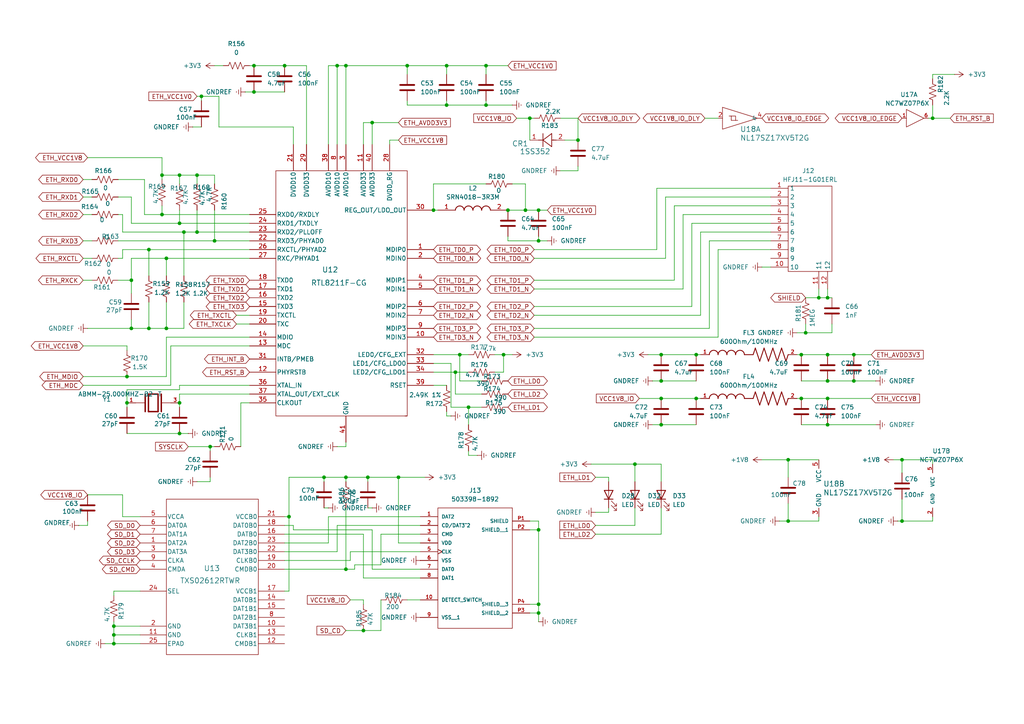
<source format=kicad_sch>
(kicad_sch (version 20231120) (generator "eeschema") (generator_version "8.0")
  (paper "A4")
  (junction (at 33.02 181.61))
  (junction (at 33.02 186.69))
  (junction (at 240.03 110.49))
  (junction (at 147.32 60.96))
  (junction (at 73.66 19.05))
  (junction (at 135.89 118.11))
  (junction (at 240.03 102.87))
  (junction (at 191.77 102.87))
  (junction (at 100.33 165.1))
  (junction (at 46.99 62.23))
  (junction (at 233.68 96.52))
  (junction (at 270.51 34.29))
  (junction (at 38.1 95.25))
  (junction (at 100.33 138.43))
  (junction (at 140.97 19.05))
  (junction (at 48.26 95.25))
  (junction (at 52.07 116.84))
  (junction (at 125.73 60.96))
  (junction (at 156.21 153.67))
  (junction (at 156.21 177.8))
  (junction (at 191.77 123.19))
  (junction (at 36.83 109.22))
  (junction (at 52.07 125.73))
  (junction (at 247.65 102.87))
  (junction (at 107.95 35.56))
  (junction (at 140.97 30.48))
  (junction (at 191.77 115.57))
  (junction (at 240.03 115.57))
  (junction (at 129.54 19.05))
  (junction (at 240.03 86.36))
  (junction (at 57.15 67.31))
  (junction (at 38.1 81.28))
  (junction (at 33.02 184.15))
  (junction (at 52.07 64.77))
  (junction (at 93.98 138.43))
  (junction (at 156.21 69.85))
  (junction (at 152.4 60.96))
  (junction (at 201.93 102.87))
  (junction (at 156.21 175.26))
  (junction (at 191.77 110.49))
  (junction (at 167.64 40.64))
  (junction (at 53.34 67.31))
  (junction (at 82.55 19.05))
  (junction (at 228.6 133.35))
  (junction (at 62.23 69.85))
  (junction (at 97.79 19.05))
  (junction (at 201.93 115.57))
  (junction (at 52.07 50.8))
  (junction (at 57.15 50.8))
  (junction (at 133.35 102.87))
  (junction (at 232.41 102.87))
  (junction (at 132.08 107.95))
  (junction (at 105.41 182.88))
  (junction (at 115.57 138.43))
  (junction (at 184.15 134.62))
  (junction (at 36.83 116.84))
  (junction (at 247.65 110.49))
  (junction (at 60.96 129.54))
  (junction (at 153.67 34.29))
  (junction (at 48.26 74.93))
  (junction (at 106.68 138.43))
  (junction (at 129.54 30.48))
  (junction (at 100.33 19.05))
  (junction (at 156.21 60.96))
  (junction (at 261.62 151.13))
  (junction (at 261.62 133.35))
  (junction (at 240.03 123.19))
  (junction (at 146.05 102.87))
  (junction (at 232.41 115.57))
  (junction (at 58.42 27.94))
  (junction (at 43.18 72.39))
  (junction (at 73.66 26.67))
  (junction (at 46.99 50.8))
  (junction (at 43.18 95.25))
  (junction (at 118.11 19.05))
  (junction (at 228.6 151.13))
  (junction (at 83.82 149.86))
  (junction (at 237.49 86.36))
  (wire (pts (xy 33.02 184.15) (xy 33.02 186.69)))
  (wire (pts (xy 33.02 172.72) (xy 33.02 171.45)))
  (wire (pts (xy 102.87 165.1) (xy 100.33 165.1)))
  (wire (pts (xy 33.02 184.15) (xy 40.64 184.15)))
  (wire (pts (xy 93.98 138.43) (xy 100.33 138.43)))
  (wire (pts (xy 139.7 114.3) (xy 132.08 114.3)))
  (wire (pts (xy 48.26 74.93) (xy 72.39 74.93)))
  (wire (pts (xy 46.99 62.23) (xy 72.39 62.23)))
  (wire (pts (xy 143.51 107.95) (xy 146.05 107.95)))
  (wire (pts (xy 140.97 19.05) (xy 140.97 21.59)))
  (wire (pts (xy 35.56 62.23) (xy 35.56 67.31)))
  (wire (pts (xy 68.58 93.98) (xy 72.39 93.98)))
  (wire (pts (xy 247.65 110.49) (xy 254 110.49)))
  (wire (pts (xy 52.07 64.77) (xy 72.39 64.77)))
  (wire (pts (xy 140.97 19.05) (xy 147.32 19.05)))
  (wire (pts (xy 193.04 57.15) (xy 223.52 57.15)))
  (wire (pts (xy 46.99 50.8) (xy 52.07 50.8)))
  (wire (pts (xy 34.29 81.28) (xy 38.1 81.28)))
  (wire (pts (xy 231.14 96.52) (xy 233.68 96.52)))
  (wire (pts (xy 58.42 27.94) (xy 58.42 29.21)))
  (wire (pts (xy 105.41 167.64) (xy 105.41 154.94)))
  (wire (pts (xy 125.73 53.34) (xy 125.73 60.96)))
  (wire (pts (xy 57.15 139.7) (xy 60.96 139.7)))
  (wire (pts (xy 184.15 147.32) (xy 184.15 152.4)))
  (wire (pts (xy 228.6 151.13) (xy 226.06 151.13)))
  (wire (pts (xy 191.77 147.32) (xy 191.77 154.94)))
  (wire (pts (xy 48.26 87.63) (xy 48.26 95.25)))
  (wire (pts (xy 46.99 45.72) (xy 46.99 50.8)))
  (wire (pts (xy 135.89 118.11) (xy 135.89 123.19)))
  (wire (pts (xy 97.79 19.05) (xy 100.33 19.05)))
  (wire (pts (xy 53.34 80.01) (xy 53.34 67.31)))
  (wire (pts (xy 113.03 41.91) (xy 113.03 40.64)))
  (wire (pts (xy 176.53 147.32) (xy 176.53 148.59)))
  (wire (pts (xy 140.97 53.34) (xy 125.73 53.34)))
  (wire (pts (xy 107.95 153.67) (xy 85.09 153.67)))
  (wire (pts (xy 60.96 129.54) (xy 60.96 130.81)))
  (wire (pts (xy 118.11 173.99) (xy 121.92 173.99)))
  (wire (pts (xy 156.21 177.8) (xy 156.21 180.34)))
  (wire (pts (xy 191.77 154.94) (xy 172.72 154.94)))
  (wire (pts (xy 36.83 101.6) (xy 36.83 100.33)))
  (wire (pts (xy 35.56 72.39) (xy 43.18 72.39)))
  (wire (pts (xy 52.07 118.11) (xy 52.07 116.84)))
  (wire (pts (xy 154.94 88.9) (xy 200.66 88.9)))
  (wire (pts (xy 191.77 102.87) (xy 201.93 102.87)))
  (wire (pts (xy 189.23 123.19) (xy 191.77 123.19)))
  (wire (pts (xy 24.13 69.85) (xy 26.67 69.85)))
  (wire (pts (xy 33.02 180.34) (xy 33.02 181.61)))
  (wire (pts (xy 93.98 147.32) (xy 95.25 147.32)))
  (wire (pts (xy 149.86 34.29) (xy 153.67 34.29)))
  (wire (pts (xy 110.49 154.94) (xy 110.49 163.83)))
  (wire (pts (xy 129.54 19.05) (xy 129.54 21.59)))
  (wire (pts (xy 187.96 102.87) (xy 191.77 102.87)))
  (wire (pts (xy 101.6 160.02) (xy 121.92 160.02)))
  (wire (pts (xy 156.21 153.67) (xy 156.21 175.26)))
  (wire (pts (xy 52.07 116.84) (xy 52.07 114.3)))
  (wire (pts (xy 35.56 74.93) (xy 35.56 72.39)))
  (wire (pts (xy 85.09 152.4) (xy 82.55 152.4)))
  (wire (pts (xy 125.73 111.76) (xy 129.54 111.76)))
  (wire (pts (xy 133.35 102.87) (xy 135.89 102.87)))
  (wire (pts (xy 154.94 81.28) (xy 195.58 81.28)))
  (wire (pts (xy 240.03 102.87) (xy 247.65 102.87)))
  (wire (pts (xy 200.66 88.9) (xy 200.66 64.77)))
  (wire (pts (xy 129.54 19.05) (xy 140.97 19.05)))
  (wire (pts (xy 52.07 125.73) (xy 54.61 125.73)))
  (wire (pts (xy 24.13 81.28) (xy 26.67 81.28)))
  (wire (pts (xy 73.66 26.67) (xy 82.55 26.67)))
  (wire (pts (xy 88.9 41.91) (xy 88.9 19.05)))
  (wire (pts (xy 35.56 67.31) (xy 53.34 67.31)))
  (wire (pts (xy 153.67 34.29) (xy 153.67 40.64)))
  (wire (pts (xy 154.94 95.25) (xy 205.74 95.25)))
  (wire (pts (xy 88.9 19.05) (xy 82.55 19.05)))
  (wire (pts (xy 232.41 110.49) (xy 240.03 110.49)))
  (wire (pts (xy 152.4 53.34) (xy 152.4 60.96)))
  (wire (pts (xy 146.05 102.87) (xy 148.59 102.87)))
  (wire (pts (xy 62.23 19.05) (xy 64.77 19.05)))
  (wire (pts (xy 58.42 27.94) (xy 63.5 27.94)))
  (wire (pts (xy 198.12 83.82) (xy 198.12 62.23)))
  (wire (pts (xy 36.83 125.73) (xy 52.07 125.73)))
  (wire (pts (xy 48.26 97.79) (xy 48.26 109.22)))
  (wire (pts (xy 102.87 163.83) (xy 102.87 165.1)))
  (wire (pts (xy 52.07 50.8) (xy 52.07 53.34)))
  (wire (pts (xy 35.56 149.86) (xy 40.64 149.86)))
  (wire (pts (xy 147.32 69.85) (xy 156.21 69.85)))
  (wire (pts (xy 115.57 138.43) (xy 123.19 138.43)))
  (wire (pts (xy 46.99 59.69) (xy 46.99 62.23)))
  (wire (pts (xy 237.49 86.36) (xy 240.03 86.36)))
  (wire (pts (xy 154.94 72.39) (xy 190.5 72.39)))
  (wire (pts (xy 127 60.96) (xy 125.73 60.96)))
  (wire (pts (xy 57.15 50.8) (xy 52.07 50.8)))
  (wire (pts (xy 34.29 62.23) (xy 35.56 62.23)))
  (wire (pts (xy 53.34 95.25) (xy 48.26 95.25)))
  (wire (pts (xy 24.13 74.93) (xy 26.67 74.93)))
  (wire (pts (xy 163.83 40.64) (xy 167.64 40.64)))
  (wire (pts (xy 62.23 60.96) (xy 62.23 69.85)))
  (wire (pts (xy 34.29 69.85) (xy 62.23 69.85)))
  (wire (pts (xy 57.15 27.94) (xy 58.42 27.94)))
  (wire (pts (xy 237.49 151.13) (xy 228.6 151.13)))
  (wire (pts (xy 72.39 97.79) (xy 48.26 97.79)))
  (wire (pts (xy 118.11 19.05) (xy 118.11 21.59)))
  (wire (pts (xy 191.77 115.57) (xy 201.93 115.57)))
  (wire (pts (xy 68.58 91.44) (xy 72.39 91.44)))
  (wire (pts (xy 231.14 115.57) (xy 232.41 115.57)))
  (wire (pts (xy 162.56 49.53) (xy 167.64 49.53)))
  (wire (pts (xy 107.95 35.56) (xy 115.57 35.56)))
  (wire (pts (xy 135.89 118.11) (xy 130.81 118.11)))
  (wire (pts (xy 143.51 102.87) (xy 146.05 102.87)))
  (wire (pts (xy 240.03 123.19) (xy 254 123.19)))
  (wire (pts (xy 69.85 116.84) (xy 72.39 116.84)))
  (wire (pts (xy 270.51 21.59) (xy 276.86 21.59)))
  (wire (pts (xy 241.3 96.52) (xy 233.68 96.52)))
  (wire (pts (xy 43.18 95.25) (xy 48.26 95.25)))
  (wire (pts (xy 34.29 57.15) (xy 38.1 57.15)))
  (wire (pts (xy 25.4 152.4) (xy 25.4 151.13)))
  (wire (pts (xy 25.4 45.72) (xy 46.99 45.72)))
  (wire (pts (xy 232.41 102.87) (xy 240.03 102.87)))
  (wire (pts (xy 34.29 74.93) (xy 35.56 74.93)))
  (wire (pts (xy 270.51 151.13) (xy 261.62 151.13)))
  (wire (pts (xy 118.11 30.48) (xy 129.54 30.48)))
  (wire (pts (xy 110.49 173.99) (xy 110.49 182.88)))
  (wire (pts (xy 60.96 139.7) (xy 60.96 138.43)))
  (wire (pts (xy 97.79 160.02) (xy 97.79 152.4)))
  (wire (pts (xy 121.92 167.64) (xy 105.41 167.64)))
  (wire (pts (xy 52.07 114.3) (xy 72.39 114.3)))
  (wire (pts (xy 205.74 69.85) (xy 223.52 69.85)))
  (wire (pts (xy 63.5 36.83) (xy 63.5 27.94)))
  (wire (pts (xy 152.4 60.96) (xy 156.21 60.96)))
  (wire (pts (xy 24.13 57.15) (xy 26.67 57.15)))
  (wire (pts (xy 24.13 111.76) (xy 49.53 111.76)))
  (wire (pts (xy 35.56 143.51) (xy 35.56 149.86)))
  (wire (pts (xy 83.82 138.43) (xy 93.98 138.43)))
  (wire (pts (xy 176.53 139.7) (xy 176.53 138.43)))
  (wire (pts (xy 113.03 40.64) (xy 115.57 40.64)))
  (wire (pts (xy 34.29 52.07) (xy 41.91 52.07)))
  (wire (pts (xy 191.77 123.19) (xy 201.93 123.19)))
  (wire (pts (xy 184.15 152.4) (xy 172.72 152.4)))
  (wire (pts (xy 220.98 133.35) (xy 228.6 133.35)))
  (wire (pts (xy 228.6 133.35) (xy 228.6 138.43)))
  (wire (pts (xy 72.39 19.05) (xy 73.66 19.05)))
  (wire (pts (xy 176.53 138.43) (xy 172.72 138.43)))
  (wire (pts (xy 233.68 86.36) (xy 237.49 86.36)))
  (wire (pts (xy 191.77 110.49) (xy 201.93 110.49)))
  (wire (pts (xy 24.13 100.33) (xy 36.83 100.33)))
  (wire (pts (xy 41.91 52.07) (xy 41.91 62.23)))
  (wire (pts (xy 156.21 151.13) (xy 156.21 153.67)))
  (wire (pts (xy 233.68 96.52) (xy 233.68 93.98)))
  (wire (pts (xy 118.11 19.05) (xy 129.54 19.05)))
  (wire (pts (xy 24.13 109.22) (xy 36.83 109.22)))
  (wire (pts (xy 147.32 68.58) (xy 147.32 69.85)))
  (wire (pts (xy 228.6 146.05) (xy 228.6 151.13)))
  (wire (pts (xy 247.65 102.87) (xy 252.73 102.87)))
  (wire (pts (xy 203.2 91.44) (xy 203.2 67.31)))
  (wire (pts (xy 33.02 181.61) (xy 33.02 184.15)))
  (wire (pts (xy 41.91 62.23) (xy 46.99 62.23)))
  (wire (pts (xy 105.41 41.91) (xy 105.41 35.56)))
  (wire (pts (xy 156.21 60.96) (xy 158.75 60.96)))
  (wire (pts (xy 55.88 36.83) (xy 58.42 36.83)))
  (wire (pts (xy 100.33 128.27) (xy 100.33 129.54)))
  (wire (pts (xy 100.33 19.05) (xy 118.11 19.05)))
  (wire (pts (xy 101.6 173.99) (xy 105.41 173.99)))
  (wire (pts (xy 107.95 165.1) (xy 107.95 153.67)))
  (wire (pts (xy 193.04 74.93) (xy 193.04 57.15)))
  (wire (pts (xy 83.82 171.45) (xy 83.82 149.86)))
  (wire (pts (xy 38.1 74.93) (xy 48.26 74.93)))
  (wire (pts (xy 49.53 111.76) (xy 49.53 100.33)))
  (wire (pts (xy 270.51 34.29) (xy 275.59 34.29)))
  (wire (pts (xy 121.92 165.1) (xy 107.95 165.1)))
  (wire (pts (xy 261.62 133.35) (xy 261.62 137.16)))
  (wire (pts (xy 240.03 86.36) (xy 241.3 86.36)))
  (wire (pts (xy 36.83 109.22) (xy 48.26 109.22)))
  (wire (pts (xy 270.51 22.86) (xy 270.51 21.59)))
  (wire (pts (xy 43.18 72.39) (xy 43.18 80.01)))
  (wire (pts (xy 85.09 153.67) (xy 85.09 152.4)))
  (wire (pts (xy 69.85 129.54) (xy 69.85 116.84)))
  (wire (pts (xy 176.53 148.59) (xy 172.72 148.59)))
  (wire (pts (xy 107.95 41.91) (xy 107.95 35.56)))
  (wire (pts (xy 25.4 95.25) (xy 38.1 95.25)))
  (wire (pts (xy 101.6 162.56) (xy 101.6 160.02)))
  (wire (pts (xy 95.25 157.48) (xy 95.25 149.86)))
  (wire (pts (xy 62.23 53.34) (xy 62.23 50.8)))
  (wire (pts (xy 110.49 182.88) (xy 105.41 182.88)))
  (wire (pts (xy 125.73 107.95) (xy 132.08 107.95)))
  (wire (pts (xy 82.55 162.56) (xy 101.6 162.56)))
  (wire (pts (xy 130.81 105.41) (xy 125.73 105.41)))
  (wire (pts (xy 140.97 29.21) (xy 140.97 30.48)))
  (wire (pts (xy 100.33 41.91) (xy 100.33 19.05)))
  (wire (pts (xy 82.55 157.48) (xy 95.25 157.48)))
  (wire (pts (xy 49.53 100.33) (xy 72.39 100.33)))
  (wire (pts (xy 118.11 29.21) (xy 118.11 30.48)))
  (wire (pts (xy 240.03 115.57) (xy 252.73 115.57)))
  (wire (pts (xy 83.82 149.86) (xy 83.82 138.43)))
  (wire (pts (xy 106.68 147.32) (xy 107.95 147.32)))
  (wire (pts (xy 53.34 67.31) (xy 57.15 67.31)))
  (wire (pts (xy 232.41 115.57) (xy 240.03 115.57)))
  (wire (pts (xy 129.54 119.38) (xy 129.54 120.65)))
  (wire (pts (xy 270.51 133.35) (xy 261.62 133.35)))
  (wire (pts (xy 95.25 149.86) (xy 121.92 149.86)))
  (wire (pts (xy 52.07 113.03) (xy 36.83 113.03)))
  (wire (pts (xy 198.12 62.23) (xy 223.52 62.23)))
  (wire (pts (xy 22.86 152.4) (xy 25.4 152.4)))
  (wire (pts (xy 73.66 19.05) (xy 82.55 19.05)))
  (wire (pts (xy 82.55 171.45) (xy 83.82 171.45)))
  (wire (pts (xy 106.68 138.43) (xy 115.57 138.43)))
  (wire (pts (xy 153.67 151.13) (xy 156.21 151.13)))
  (wire (pts (xy 82.55 160.02) (xy 97.79 160.02)))
  (wire (pts (xy 62.23 50.8) (xy 57.15 50.8)))
  (wire (pts (xy 154.94 83.82) (xy 198.12 83.82)))
  (wire (pts (xy 33.02 171.45) (xy 40.64 171.45)))
  (wire (pts (xy 240.03 110.49) (xy 247.65 110.49)))
  (wire (pts (xy 153.67 34.29) (xy 154.94 34.29)))
  (wire (pts (xy 204.47 34.29) (xy 208.28 34.29)))
  (wire (pts (xy 154.94 97.79) (xy 208.28 97.79)))
  (wire (pts (xy 147.32 60.96) (xy 152.4 60.96)))
  (wire (pts (xy 100.33 182.88) (xy 105.41 182.88)))
  (wire (pts (xy 125.73 102.87) (xy 133.35 102.87)))
  (wire (pts (xy 195.58 81.28) (xy 195.58 59.69)))
  (wire (pts (xy 100.33 165.1) (xy 82.55 165.1)))
  (wire (pts (xy 38.1 64.77) (xy 52.07 64.77)))
  (wire (pts (xy 241.3 93.98) (xy 241.3 96.52)))
  (wire (pts (xy 167.64 40.64) (xy 167.64 34.29)))
  (wire (pts (xy 100.33 129.54) (xy 97.79 129.54)))
  (wire (pts (xy 97.79 41.91) (xy 97.79 19.05)))
  (wire (pts (xy 53.34 87.63) (xy 53.34 95.25)))
  (wire (pts (xy 105.41 154.94) (xy 82.55 154.94)))
  (wire (pts (xy 43.18 87.63) (xy 43.18 95.25)))
  (wire (pts (xy 139.7 110.49) (xy 133.35 110.49)))
  (wire (pts (xy 228.6 133.35) (xy 237.49 133.35)))
  (wire (pts (xy 106.68 138.43) (xy 106.68 139.7)))
  (wire (pts (xy 240.03 83.82) (xy 240.03 86.36)))
  (wire (pts (xy 93.98 138.43) (xy 93.98 139.7)))
  (wire (pts (xy 208.28 72.39) (xy 223.52 72.39)))
  (wire (pts (xy 25.4 143.51) (xy 35.56 143.51)))
  (wire (pts (xy 100.33 147.32) (xy 100.33 165.1)))
  (wire (pts (xy 57.15 60.96) (xy 57.15 67.31)))
  (wire (pts (xy 121.92 157.48) (xy 115.57 157.48)))
  (wire (pts (xy 139.7 118.11) (xy 135.89 118.11)))
  (wire (pts (xy 82.55 149.86) (xy 83.82 149.86)))
  (wire (pts (xy 203.2 67.31) (xy 223.52 67.31)))
  (wire (pts (xy 133.35 110.49) (xy 133.35 102.87)))
  (wire (pts (xy 191.77 134.62) (xy 184.15 134.62)))
  (wire (pts (xy 232.41 123.19) (xy 240.03 123.19)))
  (wire (pts (xy 200.66 64.77) (xy 223.52 64.77)))
  (wire (pts (xy 201.93 115.57) (xy 203.2 115.57)))
  (wire (pts (xy 43.18 72.39) (xy 72.39 72.39)))
  (wire (pts (xy 36.83 113.03) (xy 36.83 116.84)))
  (wire (pts (xy 24.13 62.23) (xy 26.67 62.23)))
  (wire (pts (xy 105.41 35.56) (xy 107.95 35.56)))
  (wire (pts (xy 38.1 57.15) (xy 38.1 64.77)))
  (wire (pts (xy 153.67 177.8) (xy 156.21 177.8)))
  (wire (pts (xy 36.83 116.84) (xy 36.83 118.11)))
  (wire (pts (xy 140.97 30.48) (xy 148.59 30.48)))
  (wire (pts (xy 184.15 134.62) (xy 184.15 139.7)))
  (wire (pts (xy 100.33 138.43) (xy 106.68 138.43)))
  (wire (pts (xy 270.51 149.86) (xy 270.51 151.13)))
  (wire (pts (xy 231.14 102.87) (xy 232.41 102.87)))
  (wire (pts (xy 57.15 53.34) (xy 57.15 50.8)))
  (wire (pts (xy 95.25 41.91) (xy 95.25 19.05)))
  (wire (pts (xy 115.57 157.48) (xy 115.57 138.43)))
  (wire (pts (xy 195.58 59.69) (xy 223.52 59.69)))
  (wire (pts (xy 237.49 83.82) (xy 237.49 86.36)))
  (wire (pts (xy 62.23 69.85) (xy 72.39 69.85)))
  (wire (pts (xy 185.42 115.57) (xy 191.77 115.57)))
  (wire (pts (xy 237.49 149.86) (xy 237.49 151.13)))
  (wire (pts (xy 52.07 111.76) (xy 52.07 113.03)))
  (wire (pts (xy 156.21 69.85) (xy 158.75 69.85)))
  (wire (pts (xy 85.09 36.83) (xy 63.5 36.83)))
  (wire (pts (xy 167.64 34.29) (xy 162.56 34.29)))
  (wire (pts (xy 129.54 29.21) (xy 129.54 30.48)))
  (wire (pts (xy 46.99 52.07) (xy 46.99 50.8)))
  (wire (pts (xy 201.93 102.87) (xy 203.2 102.87)))
  (wire (pts (xy 132.08 114.3) (xy 132.08 107.95)))
  (wire (pts (xy 105.41 173.99) (xy 105.41 175.26)))
  (wire (pts (xy 261.62 151.13) (xy 260.35 151.13)))
  (wire (pts (xy 135.89 130.81) (xy 135.89 132.08)))
  (wire (pts (xy 153.67 175.26) (xy 156.21 175.26)))
  (wire (pts (xy 43.18 95.25) (xy 38.1 95.25)))
  (wire (pts (xy 60.96 129.54) (xy 62.23 129.54)))
  (wire (pts (xy 171.45 134.62) (xy 184.15 134.62)))
  (wire (pts (xy 30.48 186.69) (xy 33.02 186.69)))
  (wire (pts (xy 148.59 53.34) (xy 152.4 53.34)))
  (wire (pts (xy 167.64 49.53) (xy 167.64 48.26)))
  (wire (pts (xy 72.39 111.76) (xy 52.07 111.76)))
  (wire (pts (xy 54.61 129.54) (xy 60.96 129.54)))
  (wire (pts (xy 270.51 30.48) (xy 270.51 34.29)))
  (wire (pts (xy 121.92 154.94) (xy 110.49 154.94)))
  (wire (pts (xy 261.62 144.78) (xy 261.62 151.13)))
  (wire (pts (xy 110.49 163.83) (xy 102.87 163.83)))
  (wire (pts (xy 38.1 95.25) (xy 38.1 92.71)))
  (wire (pts (xy 85.09 41.91) (xy 85.09 36.83)))
  (wire (pts (xy 153.67 153.67) (xy 156.21 153.67)))
  (wire (pts (xy 259.08 133.35) (xy 261.62 133.35)))
  (wire (pts (xy 208.28 97.79) (xy 208.28 72.39)))
  (wire (pts (xy 270.51 134.62) (xy 270.51 133.35)))
  (wire (pts (xy 190.5 72.39) (xy 190.5 54.61)))
  (wire (pts (xy 71.12 26.67) (xy 73.66 26.67)))
  (wire (pts (xy 57.15 67.31) (xy 72.39 67.31)))
  (wire (pts (xy 189.23 110.49) (xy 191.77 110.49)))
  (wire (pts (xy 33.02 181.61) (xy 40.64 181.61)))
  (wire (pts (xy 33.02 186.69) (xy 40.64 186.69)))
  (wire (pts (xy 135.89 132.08) (xy 138.43 132.08)))
  (wire (pts (xy 220.98 77.47) (xy 223.52 77.47)))
  (wire (pts (xy 100.33 138.43) (xy 100.33 139.7)))
  (wire (pts (xy 95.25 19.05) (xy 97.79 19.05)))
  (wire (pts (xy 97.79 152.4) (xy 121.92 152.4)))
  (wire (pts (xy 154.94 74.93) (xy 193.04 74.93)))
  (wire (pts (xy 38.1 81.28) (xy 38.1 74.93)))
  (wire (pts (xy 24.13 52.07) (xy 26.67 52.07)))
  (wire (pts (xy 191.77 139.7) (xy 191.77 134.62)))
  (wire (pts (xy 190.5 54.61) (xy 223.52 54.61)))
  (wire (pts (xy 146.05 107.95) (xy 146.05 102.87)))
  (wire (pts (xy 129.54 120.65) (xy 130.81 120.65)))
  (wire (pts (xy 205.74 95.25) (xy 205.74 69.85)))
  (wire (pts (xy 52.07 60.96) (xy 52.07 64.77)))
  (wire (pts (xy 156.21 68.58) (xy 156.21 69.85)))
  (wire (pts (xy 130.81 118.11) (xy 130.81 105.41)))
  (wire (pts (xy 132.08 107.95) (xy 135.89 107.95)))
  (wire (pts (xy 154.94 91.44) (xy 203.2 91.44)))
  (wire (pts (xy 48.26 74.93) (xy 48.26 80.01)))
  (wire (pts (xy 156.21 175.26) (xy 156.21 177.8)))
  (wire (pts (xy 38.1 81.28) (xy 38.1 85.09)))
  (wire (pts (xy 129.54 30.48) (xy 140.97 30.48)))
  (wire (pts (xy 270.51 34.29) (xy 269.24 34.29)))
  (global_label "ETH_RXCK" (shape bidirectional) (at 24.13 81.28 180) (property "Intersheetrefs" "${INTERSHEET_REFS}" (effects (hide yes))))
  (global_label "ETH_LD2" (shape bidirectional) (at 147.32 114.3 0) (property "Intersheetrefs" "${INTERSHEET_REFS}" (effects (hide yes))))
  (global_label "ETH_MDC" (shape bidirectional) (at 24.13 111.76 180) (property "Intersheetrefs" "${INTERSHEET_REFS}" (effects (hide yes))))
  (global_label "ETH_TD0_N" (shape bidirectional) (at 125.73 74.93 0) (property "Intersheetrefs" "${INTERSHEET_REFS}" (effects (hide yes))))
  (global_label "SD_D1" (shape bidirectional) (at 40.64 154.94 180) (property "Intersheetrefs" "${INTERSHEET_REFS}" (effects (hide yes))))
  (global_label "ETH_VCC1V0" (shape input) (at 57.15 27.94 180) (property "Intersheetrefs" "${INTERSHEET_REFS}" (effects (hide yes))))
  (global_label "ETH_TXD1" (shape bidirectional) (at 72.39 83.82 180) (property "Intersheetrefs" "${INTERSHEET_REFS}" (effects (hide yes))))
  (global_label "ETH_LD0" (shape input) (at 172.72 152.4 180) (property "Intersheetrefs" "${INTERSHEET_REFS}" (effects (hide yes))))
  (global_label "VCC1V8_IO" (shape input) (at 101.6 173.99 180) (property "Intersheetrefs" "${INTERSHEET_REFS}" (effects (hide yes))))
  (global_label "ETH_TD0_N" (shape bidirectional) (at 154.94 74.93 180) (property "Intersheetrefs" "${INTERSHEET_REFS}" (effects (hide yes))))
  (global_label "SHIELD" (shape bidirectional) (at 233.68 86.36 180) (property "Intersheetrefs" "${INTERSHEET_REFS}" (effects (hide yes))))
  (global_label "ETH_AVDD3V3" (shape input) (at 115.57 35.56 0) (property "Intersheetrefs" "${INTERSHEET_REFS}" (effects (hide yes))))
  (global_label "ETH_INT_B" (shape bidirectional) (at 72.39 104.14 180) (property "Intersheetrefs" "${INTERSHEET_REFS}" (effects (hide yes))))
  (global_label "ETH_TD2_N" (shape bidirectional) (at 125.73 91.44 0) (property "Intersheetrefs" "${INTERSHEET_REFS}" (effects (hide yes))))
  (global_label "ETH_AVDD3V3" (shape input) (at 252.73 102.87 0) (property "Intersheetrefs" "${INTERSHEET_REFS}" (effects (hide yes))))
  (global_label "ETH_TXCTL" (shape bidirectional) (at 68.58 91.44 180) (property "Intersheetrefs" "${INTERSHEET_REFS}" (effects (hide yes))))
  (global_label "ETH_TD3_N" (shape bidirectional) (at 154.94 97.79 180) (property "Intersheetrefs" "${INTERSHEET_REFS}" (effects (hide yes))))
  (global_label "ETH_LD2" (shape input) (at 172.72 154.94 180) (property "Intersheetrefs" "${INTERSHEET_REFS}" (effects (hide yes))))
  (global_label "VCC1V8_IO_DLY" (shape bidirectional) (at 204.47 34.29 180) (property "Intersheetrefs" "${INTERSHEET_REFS}" (effects (hide yes))))
  (global_label "SD_CD" (shape input) (at 100.33 182.88 180) (property "Intersheetrefs" "${INTERSHEET_REFS}" (effects (hide yes))))
  (global_label "ETH_TD3_P" (shape bidirectional) (at 154.94 95.25 180) (property "Intersheetrefs" "${INTERSHEET_REFS}" (effects (hide yes))))
  (global_label "SD_CCLK" (shape bidirectional) (at 40.64 162.56 180) (property "Intersheetrefs" "${INTERSHEET_REFS}" (effects (hide yes))))
  (global_label "ETH_TD3_N" (shape bidirectional) (at 125.73 97.79 0) (property "Intersheetrefs" "${INTERSHEET_REFS}" (effects (hide yes))))
  (global_label "ETH_RST_B" (shape input) (at 275.59 34.29 0) (property "Intersheetrefs" "${INTERSHEET_REFS}" (effects (hide yes))))
  (global_label "VCC1V8_IO_EDGE" (shape bidirectional) (at 220.98 34.29 0) (property "Intersheetrefs" "${INTERSHEET_REFS}" (effects (hide yes))))
  (global_label "ETH_TD2_N" (shape bidirectional) (at 154.94 91.44 180) (property "Intersheetrefs" "${INTERSHEET_REFS}" (effects (hide yes))))
  (global_label "VCC1V8_IO_EDGE" (shape bidirectional) (at 261.62 34.29 180) (property "Intersheetrefs" "${INTERSHEET_REFS}" (effects (hide yes))))
  (global_label "ETH_RXD0" (shape bidirectional) (at 24.13 52.07 180) (property "Intersheetrefs" "${INTERSHEET_REFS}" (effects (hide yes))))
  (global_label "ETH_LD1" (shape bidirectional) (at 147.32 118.11 0) (property "Intersheetrefs" "${INTERSHEET_REFS}" (effects (hide yes))))
  (global_label "ETH_VCC1V8" (shape input) (at 115.57 40.64 0) (property "Intersheetrefs" "${INTERSHEET_REFS}" (effects (hide yes))))
  (global_label "ETH_RXD1" (shape bidirectional) (at 24.13 57.15 180) (property "Intersheetrefs" "${INTERSHEET_REFS}" (effects (hide yes))))
  (global_label "ETH_TD2_P" (shape bidirectional) (at 125.73 88.9 0) (property "Intersheetrefs" "${INTERSHEET_REFS}" (effects (hide yes))))
  (global_label "SD_D0" (shape bidirectional) (at 40.64 152.4 180) (property "Intersheetrefs" "${INTERSHEET_REFS}" (effects (hide yes))))
  (global_label "VCC1V8_IO" (shape input) (at 149.86 34.29 180) (property "Intersheetrefs" "${INTERSHEET_REFS}" (effects (hide yes))))
  (global_label "ETH_TXCLK" (shape bidirectional) (at 68.58 93.98 180) (property "Intersheetrefs" "${INTERSHEET_REFS}" (effects (hide yes))))
  (global_label "ETH_TXD2" (shape bidirectional) (at 72.39 86.36 180) (property "Intersheetrefs" "${INTERSHEET_REFS}" (effects (hide yes))))
  (global_label "ETH_TD3_P" (shape bidirectional) (at 125.73 95.25 0) (property "Intersheetrefs" "${INTERSHEET_REFS}" (effects (hide yes))))
  (global_label "ETH_RXD2" (shape bidirectional) (at 24.13 62.23 180) (property "Intersheetrefs" "${INTERSHEET_REFS}" (effects (hide yes))))
  (global_label "SD_D2" (shape bidirectional) (at 40.64 157.48 180) (property "Intersheetrefs" "${INTERSHEET_REFS}" (effects (hide yes))))
  (global_label "ETH_RST_B" (shape bidirectional) (at 72.39 107.95 180) (property "Intersheetrefs" "${INTERSHEET_REFS}" (effects (hide yes))))
  (global_label "ETH_LD1" (shape input) (at 172.72 138.43 180) (property "Intersheetrefs" "${INTERSHEET_REFS}" (effects (hide yes))))
  (global_label "ETH_TD1_N" (shape bidirectional) (at 125.73 83.82 0) (property "Intersheetrefs" "${INTERSHEET_REFS}" (effects (hide yes))))
  (global_label "ETH_TXD3" (shape bidirectional) (at 72.39 88.9 180) (property "Intersheetrefs" "${INTERSHEET_REFS}" (effects (hide yes))))
  (global_label "VCC1V8_IO" (shape bidirectional) (at 25.4 143.51 180) (property "Intersheetrefs" "${INTERSHEET_REFS}" (effects (hide yes))))
  (global_label "ETH_MDIO" (shape bidirectional) (at 24.13 109.22 180) (property "Intersheetrefs" "${INTERSHEET_REFS}" (effects (hide yes))))
  (global_label "ETH_TD0_P" (shape bidirectional) (at 154.94 72.39 180) (property "Intersheetrefs" "${INTERSHEET_REFS}" (effects (hide yes))))
  (global_label "ETH_VCC1V8" (shape bidirectional) (at 25.4 45.72 180) (property "Intersheetrefs" "${INTERSHEET_REFS}" (effects (hide yes))))
  (global_label "ETH_VCC1V0" (shape input) (at 147.32 19.05 0) (property "Intersheetrefs" "${INTERSHEET_REFS}" (effects (hide yes))))
  (global_label "SD_CMD" (shape bidirectional) (at 40.64 165.1 180) (property "Intersheetrefs" "${INTERSHEET_REFS}" (effects (hide yes))))
  (global_label "VCC1V8_IO" (shape input) (at 185.42 115.57 180) (property "Intersheetrefs" "${INTERSHEET_REFS}" (effects (hide yes))))
  (global_label "SD_D3" (shape bidirectional) (at 40.64 160.02 180) (property "Intersheetrefs" "${INTERSHEET_REFS}" (effects (hide yes))))
  (global_label "ETH_TD0_P" (shape bidirectional) (at 125.73 72.39 0) (property "Intersheetrefs" "${INTERSHEET_REFS}" (effects (hide yes))))
  (global_label "ETH_RXCTL" (shape bidirectional) (at 24.13 74.93 180) (property "Intersheetrefs" "${INTERSHEET_REFS}" (effects (hide yes))))
  (global_label "ETH_TD2_P" (shape bidirectional) (at 154.94 88.9 180) (property "Intersheetrefs" "${INTERSHEET_REFS}" (effects (hide yes))))
  (global_label "ETH_VCC1V8" (shape input) (at 252.73 115.57 0) (property "Intersheetrefs" "${INTERSHEET_REFS}" (effects (hide yes))))
  (global_label "ETH_TXD0" (shape bidirectional) (at 72.39 81.28 180) (property "Intersheetrefs" "${INTERSHEET_REFS}" (effects (hide yes))))
  (global_label "SYSCLK" (shape input) (at 54.61 129.54 180) (property "Intersheetrefs" "${INTERSHEET_REFS}" (effects (hide yes))))
  (global_label "ETH_TD1_P" (shape bidirectional) (at 125.73 81.28 0) (property "Intersheetrefs" "${INTERSHEET_REFS}" (effects (hide yes))))
  (global_label "ETH_RXD3" (shape bidirectional) (at 24.13 69.85 180) (property "Intersheetrefs" "${INTERSHEET_REFS}" (effects (hide yes))))
  (global_label "ETH_TD1_P" (shape bidirectional) (at 154.94 81.28 180) (property "Intersheetrefs" "${INTERSHEET_REFS}" (effects (hide yes))))
  (global_label "ETH_VCC1V0" (shape input) (at 158.75 60.96 0) (property "Intersheetrefs" "${INTERSHEET_REFS}" (effects (hide yes))))
  (global_label "ETH_TD1_N" (shape bidirectional) (at 154.94 83.82 180) (property "Intersheetrefs" "${INTERSHEET_REFS}" (effects (hide yes))))
  (global_label "ETH_LD0" (shape bidirectional) (at 147.32 110.49 0) (property "Intersheetrefs" "${INTERSHEET_REFS}" (effects (hide yes))))
  (global_label "ETH_VCC1V8" (shape bidirectional) (at 24.13 100.33 180) (property "Intersheetrefs" "${INTERSHEET_REFS}" (effects (hide yes))))
  (global_label "VCC1V8_IO_DLY" (shape bidirectional) (at 167.64 34.29 0) (property "Intersheetrefs" "${INTERSHEET_REFS}" (effects (hide yes))))
  (symbol (lib_id "Device:C") (at 156.21 64.77 0) (unit 1)
    (property "Reference" "C65" (at 160.02 63.4999 0) (effects (justify left)))
    (property "Value" "100nF" (at 160.02 66.0399 0) (effects (justify left)))
    (property "Footprint" "footprints:C_0201_0603Metric" (effects (hide yes)))
    (property "Description" "Unpolarized capacitor" (effects (hide yes)))
    (property "LCSC PN" "c1525" (effects (hide yes)))
  )
  (symbol (lib_id "Device:R_US") (at 105.41 179.07 180) (unit 1)
    (property "Reference" "R185" (at 104.14 176.784 90) (effects (justify left)))
    (property "Value" "47K" (at 107.442 177.546 90) (effects (justify left)))
    (property "Footprint" "footprints:R_0402" (effects (hide yes)))
    (property "Description" "Resistor, US symbol" (effects (hide yes)))
    (property "LCSC PN" "C93943" (effects (hide yes)))
  )
  (symbol (lib_id "1SS352:1SS352") (at 163.83 40.64 180) (unit 1)
    (property "Reference" "CR1" (at 150.876 41.656 0) (effects (font (size 1.524 1.524))))
    (property "Value" "1SS352" (at 155.194 43.942 0) (effects (font (size 1.524 1.524))))
    (property "Footprint" "footprints:USC_TOS" (effects (hide yes)))
    (property "Datasheet" "1SS352" (effects (hide yes)))
    (property "LCSC PN" "C15885" (effects (hide yes)))
  )
  (symbol (lib_id "Device:R_US") (at 158.75 34.29 270) (unit 1)
    (property "Reference" "R183" (at 156.8827 36.4309 90) (effects (justify left)))
    (property "Value" "2.2K" (at 158.1527 32.3669 90) (effects (justify left)))
    (property "Footprint" "footprints:R_0402" (effects (hide yes)))
    (property "Description" "Resistor, US symbol" (effects (hide yes)))
    (property "LCSC PN" "c114762" (effects (hide yes)))
  )
  (symbol (lib_id "Device:C") (at 228.6 142.24 0) (unit 1)
    (property "Reference" "C78" (at 229.87 140.208 0) (effects (justify left)))
    (property "Value" "100nF" (at 223.52 143.51 0) (effects (justify left)))
    (property "Footprint" "footprints:C_0201_0603Metric" (effects (hide yes)))
    (property "Description" "Unpolarized capacitor" (effects (hide yes)))
    (property "LCSC PN" "c1525" (effects (hide yes)))
  )
  (symbol (lib_id "Device:R_US") (at 135.89 127 180) (unit 1)
    (property "Reference" "R178" (at 133.7491 125.1327 90) (effects (justify left)))
    (property "Value" "4.7K" (at 137.8131 126.4027 90) (effects (justify left)))
    (property "Footprint" "footprints:R_0402" (effects (hide yes)))
    (property "Description" "Resistor, US symbol" (effects (hide yes)))
    (property "LCSC PN" "C105871" (effects (hide yes)))
  )
  (symbol (lib_name "NC7WZ07P6X_modified_1") (lib_id "NC7WZ07P6X:NC7WZ07P6X_modified") (at 275.59 138.43 0) (unit 2)
    (property "Reference" "U17" (at 273.05 130.81 0))
    (property "Value" "NC7WZ07P6X" (at 273.05 133.35 0))
    (property "Footprint" "footprints:NC7WZ07P6X" (effects (hide yes)))
    (property "SUPPLIER" "FAIRCHILD SEMICONDUCTOR" (effects (hide yes)))
    (property "OC_FARNELL" "1470998" (effects (hide yes)))
    (property "OC_NEWARK" "58K9469" (effects (hide yes)))
    (property "MPN" "NC7WZ07P6X" (effects (hide yes)))
    (property "PACKAGE" "SC-70-6" (effects (hide yes)))
    (property "LCSC PN" "C95342" (effects (hide yes)))
  )
  (symbol (lib_id "NL17SZ17XV5T2G:NL17SZ17XV5T2G_Modified") (at 219.71 34.29 0) (unit 1)
    (property "Reference" "U18" (at 214.63 37.4649 0) (effects (font (size 1.524 1.524)) (justify left)))
    (property "Value" "NL17SZ17XV5T2G" (at 214.63 40.0049 0) (effects (font (size 1.524 1.524)) (justify left)))
    (property "Footprint" "footprints:SOT553-5_ONS" (effects (hide yes)))
    (property "Datasheet" "NL17SZ17XV5T2G" (effects (hide yes)))
    (property "LCSC PN" "C152502" (effects (hide yes)))
  )
  (symbol (lib_id "RTL8211F-CG:RTL8211F-CG") (at 72.39 60.96 0) (unit 1)
    (property "Reference" "U12" (at 95.758 78.232 0) (effects (font (size 1.524 1.524))))
    (property "Value" "RTL8211F-CG" (at 98.298 82.042 0) (effects (font (size 1.524 1.524))))
    (property "Footprint" "footprints:RTL8211F-CG_RTK" (effects (hide yes)))
    (property "Datasheet" "RTL8211F-CG" (effects (hide yes)))
    (property "LCSC PN" "C187932" (effects (hide yes)))
  )
  (symbol (lib_id "Device:C") (at 240.03 106.68 0) (unit 1)
    (property "Reference" "C70" (at 243.84 105.4099 0) (effects (justify left)))
    (property "Value" "100nF" (at 243.84 107.9499 0) (effects (justify left)))
    (property "Footprint" "footprints:C_0201_0603Metric" (effects (hide yes)))
    (property "Description" "Unpolarized capacitor" (effects (hide yes)))
    (property "LCSC PN" "c1525" (effects (hide yes)))
  )
  (symbol (lib_id "Device:C") (at 240.03 119.38 0) (unit 1)
    (property "Reference" "C75" (at 243.84 118.1099 0) (effects (justify left)))
    (property "Value" "100nF" (at 243.84 120.6499 0) (effects (justify left)))
    (property "Footprint" "footprints:C_0201_0603Metric" (effects (hide yes)))
    (property "Description" "Unpolarized capacitor" (effects (hide yes)))
    (property "LCSC PN" "c1525" (effects (hide yes)))
  )
  (symbol (lib_id "Device:C") (at 261.62 140.97 0) (unit 1)
    (property "Reference" "C76" (at 262.382 138.938 0) (effects (justify left)))
    (property "Value" "100nF" (at 262.128 143.51 0) (effects (justify left)))
    (property "Footprint" "footprints:C_0402" (effects (hide yes)))
    (property "Description" "Unpolarized capacitor" (effects (hide yes)))
    (property "LCSC PN" "c1525" (effects (hide yes)))
  )
  (symbol (lib_id "Device:R_US") (at 139.7 102.87 90) (unit 1)
    (property "Reference" "R177" (at 141.5673 100.7291 90) (effects (justify left)))
    (property "Value" "4.7k" (at 144.018 101.092 90) (effects (justify left)))
    (property "Footprint" "footprints:R_0402" (effects (hide yes)))
    (property "Description" "Resistor, US symbol" (effects (hide yes)))
    (property "LCSC PN" "C137997" (effects (hide yes)))
  )
  (symbol (lib_id "Device:R_US") (at 30.48 52.07 270) (unit 1)
    (property "Reference" "R166" (at 29.972 49.53 90))
    (property "Value" "0" (at 30.6072 54.5183 90))
    (property "Footprint" "footprints:R_0201_0603Metric" (effects (hide yes)))
    (property "Description" "Resistor, US symbol" (effects (hide yes)))
    (property "LCSC PN" "C106231" (effects (hide yes)))
  )
  (symbol (lib_id "Device:C") (at 232.41 119.38 0) (unit 1)
    (property "Reference" "C74" (at 236.22 118.1099 0) (effects (justify left)))
    (property "Value" "4.7uF" (at 236.22 120.6499 0) (effects (justify left)))
    (property "Footprint" "footprints:C_0402" (effects (hide yes)))
    (property "Description" "Unpolarized capacitor" (effects (hide yes)))
    (property "LCSC PN" "c23733" (effects (hide yes)))
  )
  (symbol (lib_id "Device:R_US") (at 52.07 57.15 0) (unit 1)
    (property "Reference" "R167" (at 49.276 54.61 0) (effects (justify left)))
    (property "Value" "4.7K" (at 53.848 59.436 90) (effects (justify left)))
    (property "Footprint" "footprints:R_0201_0603Metric" (effects (hide yes)))
    (property "Description" "Resistor, US symbol" (effects (hide yes)))
    (property "LCSC PN" "C105871" (effects (hide yes)))
  )
  (symbol (lib_id "Device:R_US") (at 46.99 55.88 0) (unit 1)
    (property "Reference" "R169" (at 42.926 54.102 0) (effects (justify left)))
    (property "Value" "4.7K" (at 45.212 59.182 90) (effects (justify left)))
    (property "Footprint" "footprints:R_0201_0603Metric" (effects (hide yes)))
    (property "Description" "Resistor, US symbol" (effects (hide yes)))
    (property "LCSC PN" "C105871" (effects (hide yes)))
  )
  (symbol (lib_id "Device:R_US") (at 100.33 143.51 180) (unit 1)
    (property "Reference" "R186" (at 99.06 141.224 90) (effects (justify left)))
    (property "Value" "4.7K" (at 102.362 141.986 90) (effects (justify left)))
    (property "Footprint" "footprints:R_0402" (effects (hide yes)))
    (property "Description" "Resistor, US symbol" (effects (hide yes)))
    (property "LCSC PN" "C105871" (effects (hide yes)))
  )
  (symbol (lib_id "power:+3V3") (at 123.19 138.43 270) (unit 1)
    (property "Reference" "#PWR0208" (effects (hide yes)))
    (property "Value" "+3V3" (at 127 138.4299 90) (effects (justify left)))
    (property "Description" "Power symbol creates a global label with name \"+3V3\"" (effects (hide yes)))
  )
  (symbol (lib_id "Device:C") (at 191.77 106.68 0) (unit 1)
    (property "Reference" "C67" (at 195.58 105.4099 0) (effects (justify left)))
    (property "Value" "4.7uF" (at 195.58 107.9499 0) (effects (justify left)))
    (property "Footprint" "footprints:C_0402" (effects (hide yes)))
    (property "Description" "Unpolarized capacitor" (effects (hide yes)))
    (property "LCSC PN" "c23733" (effects (hide yes)))
  )
  (symbol (lib_id "power:GNDREF") (at 231.14 96.52 270) (unit 1)
    (property "Reference" "#PWR0189" (effects (hide yes)))
    (property "Value" "GNDREF" (at 227.33 96.5199 90) (effects (justify right)))
    (property "Description" "Power symbol creates a global label with name \"GNDREF\" , reference supply ground" (effects (hide yes)))
  )
  (symbol (lib_id "BLM18AG601SZ1D:BLM18AG601SZ1D") (at 218.44 102.87 0) (unit 1)
    (property "Reference" "FL3" (at 217.17 96.52 0))
    (property "Value" "600Ohm/100MHz" (at 217.17 99.06 0))
    (property "Footprint" "footprints:BEADC1608X95N" (effects (hide yes)))
    (property "LCSC PN" "C19330" (effects (hide yes)))
  )
  (symbol (lib_id "Device:R_US") (at 30.48 74.93 270) (unit 1)
    (property "Reference" "R162" (at 26.923 76.4434 90))
    (property "Value" "0" (at 31.495 76.6974 90))
    (property "Footprint" "footprints:R_0201_0603Metric" (effects (hide yes)))
    (property "Description" "Resistor, US symbol" (effects (hide yes)))
    (property "LCSC PN" "C106231" (effects (hide yes)))
  )
  (symbol (lib_id "power:GNDREF") (at 55.88 36.83 270) (unit 1)
    (property "Reference" "#PWR0175" (effects (hide yes)))
    (property "Value" "GNDREF" (at 52.07 36.8299 90) (effects (justify right)))
    (property "Description" "Power symbol creates a global label with name \"GNDREF\" , reference supply ground" (effects (hide yes)))
  )
  (symbol (lib_id "power:GNDREF") (at 220.98 77.47 270) (unit 1)
    (property "Reference" "#PWR0190" (effects (hide yes)))
    (property "Value" "GNDREF" (at 217.17 77.4699 90) (effects (justify right)))
    (property "Description" "Power symbol creates a global label with name \"GNDREF\" , reference supply ground" (effects (hide yes)))
  )
  (symbol (lib_id "Device:R_US") (at 62.23 57.15 0) (unit 1)
    (property "Reference" "R160" (at 65.024 58.42 90))
    (property "Value" "4.7K" (at 60.706 56.388 90))
    (property "Footprint" "footprints:R_0201_0603Metric" (effects (hide yes)))
    (property "Description" "Resistor, US symbol" (effects (hide yes)))
    (property "LCSC PN" "C105871" (effects (hide yes)))
  )
  (symbol (lib_id "Device:C") (at 232.41 106.68 0) (mirror y) (unit 1)
    (property "Reference" "C69" (at 228.6 105.4099 0) (effects (justify left)))
    (property "Value" "4.7uF" (at 228.6 107.9499 0) (effects (justify left)))
    (property "Footprint" "footprints:C_0402" (effects (hide yes)))
    (property "Description" "Unpolarized capacitor" (effects (hide yes)))
    (property "LCSC PN" "c23733" (effects (hide yes)))
  )
  (symbol (lib_id "power:GNDREF") (at 172.72 148.59 270) (unit 1)
    (property "Reference" "#PWR0198" (effects (hide yes)))
    (property "Value" "GNDREF" (at 168.91 148.5899 90) (effects (justify right)))
    (property "Description" "Power symbol creates a global label with name \"GNDREF\" , reference supply ground" (effects (hide yes)))
  )
  (symbol (lib_id "Device:R_US") (at 143.51 110.49 90) (unit 1)
    (property "Reference" "R173" (at 145.288 109.22 90) (effects (justify left)))
    (property "Value" "390" (at 141.986 111.252 90) (effects (justify left)))
    (property "Footprint" "footprints:R_0402" (effects (hide yes)))
    (property "Description" "Resistor, US symbol" (effects (hide yes)))
    (property "LCSC PN" "C137997" (effects (hide yes)))
  )
  (symbol (lib_id "power:GNDREF") (at 156.21 180.34 90) (unit 1)
    (property "Reference" "#PWR0205" (effects (hide yes)))
    (property "Value" "GNDREF" (at 160.02 180.3399 90) (effects (justify right)))
    (property "Description" "Power symbol creates a global label with name \"GNDREF\" , reference supply ground" (effects (hide yes)))
  )
  (symbol (lib_id "HFJ11-1G01ERL:HFJ11-1G01ERL") (at 223.52 57.15 0) (unit 1)
    (property "Reference" "J12" (at 234.442 49.53 0))
    (property "Value" "HFJ11-1G01ERL" (at 234.95 52.07 0))
    (property "Footprint" "footprints:HALO_FASTJACK" (effects (hide yes)))
    (property "Datasheet" "https://www.haloelectronics.com/pdf/fastjack-gigabit.pdf" (effects (hide yes)))
    (property "Description" "Modular Connectors / Ethernet Connectors GIGABIT 1x1 Tab Down RJ45 w/mag No LED" (effects (hide yes)))
    (property "Mouser Part Number" "493-HFJ11-1G01ERL" (effects (hide yes)))
    (property "Mouser Price/Stock" "https://www.mouser.co.uk/ProductDetail/HALO-Electronics/HFJ11-1G01ERL?qs=8uu3sA0mUdvTD6rdbxkWMQ%3D%3D" (effects (hide yes)))
    (property "Manufacturer_Name" "Halo Electronics" (effects (hide yes)))
    (property "Manufacturer_Part_Number" "HFJ11-1G01ERL" (effects (hide yes)))
  )
  (symbol (lib_id "power:+3V3") (at 148.59 102.87 270) (unit 1)
    (property "Reference" "#PWR0184" (effects (hide yes)))
    (property "Value" "+3V3" (at 152.4 102.8699 90) (effects (justify left)))
    (property "Description" "Power symbol creates a global label with name \"+3V3\"" (effects (hide yes)))
  )
  (symbol (lib_id "Device:R_US") (at 53.34 83.82 0) (unit 1)
    (property "Reference" "R157" (at 55.88 82.5499 0) (effects (justify left)))
    (property "Value" "1.2K" (at 55.88 85.0899 0) (effects (justify left)))
    (property "Footprint" "footprints:R_0201_0603Metric" (effects (hide yes)))
    (property "Description" "Resistor, US symbol" (effects (hide yes)))
    (property "LCSC PN" "C138040" (effects (hide yes)))
  )
  (symbol (lib_id "power:GNDREF") (at 226.06 151.13 270) (unit 1)
    (property "Reference" "#PWR0203" (effects (hide yes)))
    (property "Value" "GNDREF" (at 222.25 151.1299 90) (effects (justify right)))
    (property "Description" "Power symbol creates a global label with name \"GNDREF\" , reference supply ground" (effects (hide yes)))
  )
  (symbol (lib_id "Device:C") (at 201.93 119.38 0) (unit 1)
    (property "Reference" "C73" (at 205.74 118.1099 0) (effects (justify left)))
    (property "Value" "100nF" (at 205.74 120.6499 0) (effects (justify left)))
    (property "Footprint" "footprints:C_0201_0603Metric" (effects (hide yes)))
    (property "Description" "Unpolarized capacitor" (effects (hide yes)))
    (property "LCSC PN" "c1525" (effects (hide yes)))
  )
  (symbol (lib_id "power:+3V3") (at 62.23 19.05 90) (unit 1)
    (property "Reference" "#PWR0176" (effects (hide yes)))
    (property "Value" "+3V3" (at 58.42 19.0499 90) (effects (justify left)))
    (property "Description" "Power symbol creates a global label with name \"+3V3\"" (effects (hide yes)))
  )
  (symbol (lib_id "Device:C") (at 241.3 90.17 0) (unit 1)
    (property "Reference" "C66" (at 245.11 88.8999 0) (effects (justify left)))
    (property "Value" "1nF" (at 245.11 91.4399 0) (effects (justify left)))
    (property "Footprint" "footprints:C_0402" (effects (hide yes)))
    (property "Description" "Unpolarized capacitor" (effects (hide yes)))
    (property "LCSC PN" "c14442" (effects (hide yes)))
  )
  (symbol (lib_id "Device:C") (at 118.11 25.4 0) (unit 1)
    (property "Reference" "C53" (at 121.92 24.1299 0) (effects (justify left)))
    (property "Value" "100nF" (at 121.92 26.6699 0) (effects (justify left)))
    (property "Footprint" "footprints:C_0201_0603Metric" (effects (hide yes)))
    (property "Description" "Unpolarized capacitor" (effects (hide yes)))
    (property "LCSC PN" "c1525" (effects (hide yes)))
  )
  (symbol (lib_id "power:GNDREF") (at 254 110.49 90) (unit 1)
    (property "Reference" "#PWR0192" (effects (hide yes)))
    (property "Value" "GNDREF" (at 257.81 110.4899 90) (effects (justify right)))
    (property "Description" "Power symbol creates a global label with name \"GNDREF\" , reference supply ground" (effects (hide yes)))
  )
  (symbol (lib_id "Device:C") (at 140.97 25.4 0) (unit 1)
    (property "Reference" "C55" (at 144.78 24.1299 0) (effects (justify left)))
    (property "Value" "100nF" (at 144.78 26.6699 0) (effects (justify left)))
    (property "Footprint" "footprints:C_0201_0603Metric" (effects (hide yes)))
    (property "Description" "Unpolarized capacitor" (effects (hide yes)))
    (property "LCSC PN" "c1525" (effects (hide yes)))
  )
  (symbol (lib_id "Device:C") (at 147.32 64.77 0) (unit 1)
    (property "Reference" "C64" (at 151.13 63.4999 0) (effects (justify left)))
    (property "Value" "4.7uF" (at 151.13 66.0399 0) (effects (justify left)))
    (property "Footprint" "footprints:C_0402" (effects (hide yes)))
    (property "Description" "Unpolarized capacitor" (effects (hide yes)))
    (property "LCSC PN" "c23733" (effects (hide yes)))
  )
  (symbol (lib_id "Device:R_US") (at 48.26 83.82 0) (unit 1)
    (property "Reference" "R158" (at 50.8 82.5499 0) (effects (justify left)))
    (property "Value" "1.2K" (at 50.8 85.0899 0) (effects (justify left)))
    (property "Footprint" "footprints:R_0201_0603Metric" (effects (hide yes)))
    (property "Description" "Resistor, US symbol" (effects (hide yes)))
    (property "LCSC PN" "C138040" (effects (hide yes)))
  )
  (symbol (lib_id "Device:C") (at 106.68 143.51 0) (mirror y) (unit 1)
    (property "Reference" "C80" (at 103.378 142.748 0) (effects (justify left)))
    (property "Value" "100nF" (at 104.394 145.288 0) (effects (justify left)))
    (property "Footprint" "footprints:C_0402" (effects (hide yes)))
    (property "Description" "Unpolarized capacitor" (effects (hide yes)))
    (property "LCSC PN" "c1525" (effects (hide yes)))
  )
  (symbol (lib_id "power:+3V3") (at 171.45 134.62 90) (unit 1)
    (property "Reference" "#PWR0197" (effects (hide yes)))
    (property "Value" "+3V3" (at 167.64 134.6199 90) (effects (justify left)))
    (property "Description" "Power symbol creates a global label with name \"+3V3\"" (effects (hide yes)))
  )
  (symbol (lib_id "Device:C") (at 58.42 33.02 0) (unit 1)
    (property "Reference" "C57" (at 51.816 31.75 0) (effects (justify left)))
    (property "Value" "100nF" (at 51.054 34.036 0) (effects (justify left)))
    (property "Footprint" "footprints:C_0402" (effects (hide yes)))
    (property "Description" "Unpolarized capacitor" (effects (hide yes)))
    (property "LCSC PN" "c1525" (effects (hide yes)))
  )
  (symbol (lib_id "power:+1V8") (at 259.08 133.35 90) (unit 1)
    (property "Reference" "#PWR0200" (effects (hide yes)))
    (property "Value" "+1V8" (at 255.27 133.3499 90) (effects (justify left)))
    (property "Description" "Power symbol creates a global label with name \"+1V8\"" (effects (hide yes)))
  )
  (symbol (lib_id "BLM18AG601SZ1D:BLM18AG601SZ1D") (at 218.44 115.57 0) (unit 1)
    (property "Reference" "FL4" (at 217.17 109.22 0))
    (property "Value" "600Ohm/100MHz" (at 217.17 111.76 0))
    (property "Footprint" "footprints:BEADC1608X95N" (effects (hide yes)))
    (property "LCSC PN" "C19330" (effects (hide yes)))
  )
  (symbol (lib_id "power:GNDREF") (at 97.79 129.54 270) (unit 1)
    (property "Reference" "#PWR0182" (effects (hide yes)))
    (property "Value" "GNDREF" (at 93.98 129.5399 90) (effects (justify right)))
    (property "Description" "Power symbol creates a global label with name \"GNDREF\" , reference supply ground" (effects (hide yes)))
  )
  (symbol (lib_id "Device:R_US") (at 30.48 69.85 270) (unit 1)
    (property "Reference" "R163" (at 32.004 68.58 90))
    (property "Value" "0" (at 30.988 68.834 90))
    (property "Footprint" "footprints:R_0201_0603Metric" (effects (hide yes)))
    (property "Description" "Resistor, US symbol" (effects (hide yes)))
    (property "LCSC PN" "C106231" (effects (hide yes)))
  )
  (symbol (lib_id "Device:C") (at 52.07 121.92 0) (unit 1)
    (property "Reference" "C61" (at 45.466 120.65 0) (effects (justify left)))
    (property "Value" "27pF" (at 44.704 122.936 0) (effects (justify left)))
    (property "Footprint" "footprints:C_0402" (effects (hide yes)))
    (property "Description" "Unpolarized capacitor" (effects (hide yes)))
    (property "LCSC PN" "c472451" (effects (hide yes)))
  )
  (symbol (lib_id "Device:R_US") (at 33.02 176.53 0) (mirror x) (unit 1)
    (property "Reference" "R179" (at 35.1609 174.6627 90) (effects (justify left)))
    (property "Value" "4.7K" (at 31.0969 175.9327 90) (effects (justify left)))
    (property "Footprint" "footprints:R_0402" (effects (hide yes)))
    (property "Description" "Resistor, US symbol" (effects (hide yes)))
    (property "LCSC PN" "C105871" (effects (hide yes)))
  )
  (symbol (lib_id "Device:C") (at 82.55 22.86 0) (unit 1)
    (property "Reference" "C56" (at 86.36 21.5899 0) (effects (justify left)))
    (property "Value" "100nF" (at 86.36 24.1299 0) (effects (justify left)))
    (property "Footprint" "footprints:C_0201_0603Metric" (effects (hide yes)))
    (property "Description" "Unpolarized capacitor" (effects (hide yes)))
    (property "LCSC PN" "c1525" (effects (hide yes)))
  )
  (symbol (lib_id "power:+1V8") (at 220.98 133.35 90) (unit 1)
    (property "Reference" "#PWR0204" (effects (hide yes)))
    (property "Value" "+1V8" (at 217.17 133.3499 90) (effects (justify left)))
    (property "Description" "Power symbol creates a global label with name \"+1V8\"" (effects (hide yes)))
  )
  (symbol (lib_id "Device:C") (at 93.98 143.51 0) (unit 1)
    (property "Reference" "C79" (at 87.376 142.24 0) (effects (justify left)))
    (property "Value" "100nF" (at 86.614 144.526 0) (effects (justify left)))
    (property "Footprint" "footprints:C_0402" (effects (hide yes)))
    (property "Description" "Unpolarized capacitor" (effects (hide yes)))
    (property "LCSC PN" "c1525" (effects (hide yes)))
  )
  (symbol (lib_id "power:GNDREF") (at 121.92 179.07 270) (unit 1)
    (property "Reference" "#PWR0209" (effects (hide yes)))
    (property "Value" "GNDREF" (at 118.11 179.0699 90) (effects (justify right)))
    (property "Description" "Power symbol creates a global label with name \"GNDREF\" , reference supply ground" (effects (hide yes)))
  )
  (symbol (lib_id "Device:C") (at 60.96 134.62 0) (unit 1)
    (property "Reference" "C62" (at 54.356 133.35 0) (effects (justify left)))
    (property "Value" "27pF" (at 53.594 135.636 0) (effects (justify left)))
    (property "Footprint" "footprints:C_0201_0603Metric" (effects (hide yes)))
    (property "Description" "Unpolarized capacitor" (effects (hide yes)))
    (property "LCSC PN" "c472451" (effects (hide yes)))
  )
  (symbol (lib_id "Device:R_US") (at 143.51 118.11 90) (unit 1)
    (property "Reference" "R175" (at 145.796 116.84 90) (effects (justify left)))
    (property "Value" "390" (at 146.812 119.38 90) (effects (justify left)))
    (property "Footprint" "footprints:R_0402" (effects (hide yes)))
    (property "Description" "Resistor, US symbol" (effects (hide yes)))
    (property "LCSC PN" "C137997" (effects (hide yes)))
  )
  (symbol (lib_id "Device:C") (at 167.64 44.45 0) (unit 1)
    (property "Reference" "C77" (at 171.45 43.1799 0) (effects (justify left)))
    (property "Value" "4.7uF" (at 171.45 45.7199 0) (effects (justify left)))
    (property "Footprint" "footprints:C_0402" (effects (hide yes)))
    (property "Description" "Unpolarized capacitor" (effects (hide yes)))
    (property "LCSC PN" "c23733" (effects (hide yes)))
  )
  (symbol (lib_id "power:GNDREF") (at 95.25 147.32 90) (unit 1)
    (property "Reference" "#PWR0206" (effects (hide yes)))
    (property "Value" "GNDREF" (at 99.06 147.3199 90) (effects (justify right)))
    (property "Description" "Power symbol creates a global label with name \"GNDREF\" , reference supply ground" (effects (hide yes)))
  )
  (symbol (lib_id "Device:R_US") (at 66.04 129.54 90) (unit 1)
    (property "Reference" "R171" (at 64.516 128.524 0) (effects (justify left)))
    (property "Value" "0" (at 67.056 128.016 0) (effects (justify left)))
    (property "Footprint" "footprints:R_0402" (effects (hide yes)))
    (property "Description" "Resistor, US symbol" (effects (hide yes)))
    (property "LCSC PN" "C106231" (effects (hide yes)))
  )
  (symbol (lib_id "power:GNDREF") (at 25.4 95.25 270) (unit 1)
    (property "Reference" "#PWR0179" (effects (hide yes)))
    (property "Value" "GNDREF" (at 21.59 95.2499 90) (effects (justify right)))
    (property "Description" "Power symbol creates a global label with name \"GNDREF\" , reference supply ground" (effects (hide yes)))
  )
  (symbol (lib_id "power:GNDREF") (at 158.75 69.85 90) (unit 1)
    (property "Reference" "#PWR0188" (effects (hide yes)))
    (property "Value" "GNDREF" (at 162.56 69.8499 90) (effects (justify right)))
    (property "Description" "Power symbol creates a global label with name \"GNDREF\" , reference supply ground" (effects (hide yes)))
  )
  (symbol (lib_id "Device:C") (at 36.83 121.92 0) (unit 1)
    (property "Reference" "C60" (at 30.226 120.65 0) (effects (justify left)))
    (property "Value" "27pF" (at 29.464 122.936 0) (effects (justify left)))
    (property "Footprint" "footprints:C_0402" (effects (hide yes)))
    (property "Description" "Unpolarized capacitor" (effects (hide yes)))
    (property "LCSC PN" "c472451" (effects (hide yes)))
  )
  (symbol (lib_id "power:GNDREF") (at 30.48 186.69 270) (unit 1)
    (property "Reference" "#PWR0186" (effects (hide yes)))
    (property "Value" "GNDREF" (at 26.67 186.6899 90) (effects (justify right)))
    (property "Description" "Power symbol creates a global label with name \"GNDREF\" , reference supply ground" (effects (hide yes)))
  )
  (symbol (lib_id "power:GNDREF") (at 260.35 151.13 270) (unit 1)
    (property "Reference" "#PWR0199" (effects (hide yes)))
    (property "Value" "GNDREF" (at 256.54 151.1299 90) (effects (justify right)))
    (property "Description" "Power symbol creates a global label with name \"GNDREF\" , reference supply ground" (effects (hide yes)))
  )
  (symbol (lib_id "power:GNDREF") (at 121.92 162.56 270) (unit 1)
    (property "Reference" "#PWR0210" (effects (hide yes)))
    (property "Value" "GNDREF" (at 118.11 162.5599 90) (effects (justify right)))
    (property "Description" "Power symbol creates a global label with name \"GNDREF\" , reference supply ground" (effects (hide yes)))
  )
  (symbol (lib_id "power:GNDREF") (at 71.12 26.67 270) (unit 1)
    (property "Reference" "#PWR0177" (effects (hide yes)))
    (property "Value" "GNDREF" (at 67.31 26.6699 90) (effects (justify right)))
    (property "Description" "Power symbol creates a global label with name \"GNDREF\" , reference supply ground" (effects (hide yes)))
  )
  (symbol (lib_id "power:+3V3") (at 276.86 21.59 270) (unit 1)
    (property "Reference" "#PWR0201" (effects (hide yes)))
    (property "Value" "+3V3" (at 280.67 21.5899 90) (effects (justify left)))
    (property "Description" "Power symbol creates a global label with name \"+3V3\"" (effects (hide yes)))
  )
  (symbol (lib_id "power:GNDREF") (at 189.23 110.49 270) (unit 1)
    (property "Reference" "#PWR0191" (effects (hide yes)))
    (property "Value" "GNDREF" (at 185.42 110.4899 90) (effects (justify right)))
    (property "Description" "Power symbol creates a global label with name \"GNDREF\" , reference supply ground" (effects (hide yes)))
  )
  (symbol (lib_id "power:GNDREF") (at 130.81 120.65 90) (unit 1)
    (property "Reference" "#PWR0183" (effects (hide yes)))
    (property "Value" "GNDREF" (at 134.62 120.6499 90) (effects (justify right)))
    (property "Description" "Power symbol creates a global label with name \"GNDREF\" , reference supply ground" (effects (hide yes)))
  )
  (symbol (lib_id "Device:C") (at 73.66 22.86 0) (unit 1)
    (property "Reference" "C58" (at 77.47 21.5899 0) (effects (justify left)))
    (property "Value" "4.7uF" (at 77.47 24.1299 0) (effects (justify left)))
    (property "Footprint" "footprints:C_0402" (effects (hide yes)))
    (property "Description" "Unpolarized capacitor" (effects (hide yes)))
    (property "LCSC PN" "c23733" (effects (hide yes)))
  )
  (symbol (lib_id "Device:C") (at 129.54 25.4 0) (unit 1)
    (property "Reference" "C54" (at 133.35 24.1299 0) (effects (justify left)))
    (property "Value" "100nF" (at 133.35 26.6699 0) (effects (justify left)))
    (property "Footprint" "footprints:C_0201_0603Metric" (effects (hide yes)))
    (property "Description" "Unpolarized capacitor" (effects (hide yes)))
    (property "LCSC PN" "c1525" (effects (hide yes)))
  )
  (symbol (lib_id "Device:R_US") (at 30.48 57.15 270) (unit 1)
    (property "Reference" "R165" (at 26.162 55.5227 90))
    (property "Value" "0" (at 31.242 59.0787 90))
    (property "Footprint" "footprints:R_0201_0603Metric" (effects (hide yes)))
    (property "Description" "Resistor, US symbol" (effects (hide yes)))
    (property "LCSC PN" "C106231" (effects (hide yes)))
  )
  (symbol (lib_id "Device:C") (at 247.65 106.68 0) (unit 1)
    (property "Reference" "C71" (at 251.46 105.4099 0) (effects (justify left)))
    (property "Value" "100nF" (at 251.46 107.9499 0) (effects (justify left)))
    (property "Footprint" "footprints:C_0201_0603Metric" (effects (hide yes)))
    (property "Description" "Unpolarized capacitor" (effects (hide yes)))
    (property "LCSC PN" "c1525" (effects (hide yes)))
  )
  (symbol (lib_id "503398-1892:503398-1892") (at 127 162.56 0) (unit 1)
    (property "Reference" "J13" (at 137.795 142.24 0))
    (property "Value" "503398-1892" (at 137.795 144.78 0))
    (property "Footprint" "footprints:MOLEX_503398-1892" (effects (hide yes)))
    (property "PARTREV" "0" (effects (hide yes)))
    (property "MANUFACTURER" "molex" (effects (hide yes)))
    (property "STANDARD" "MANUFACTURER RECOMMENDATIONS" (effects (hide yes)))
    (property "LCSC PN" "C428492" (effects (hide yes)))
  )
  (symbol (lib_id "Device:R_US") (at 68.58 19.05 270) (unit 1)
    (property "Reference" "R156" (at 68.58 12.7 90))
    (property "Value" "0" (at 68.58 15.24 90))
    (property "Footprint" "footprints:R_0201_0603Metric" (effects (hide yes)))
    (property "Description" "Resistor, US symbol" (effects (hide yes)))
    (property "LCSC PN" "C106231" (effects (hide yes)))
  )
  (symbol (lib_id "Device:C") (at 201.93 106.68 0) (unit 1)
    (property "Reference" "C68" (at 205.74 105.4099 0) (effects (justify left)))
    (property "Value" "100nF" (at 205.74 107.9499 0) (effects (justify left)))
    (property "Footprint" "footprints:C_0201_0603Metric" (effects (hide yes)))
    (property "Description" "Unpolarized capacitor" (effects (hide yes)))
    (property "LCSC PN" "c1525" (effects (hide yes)))
  )
  (symbol (lib_id "ABMM-25.000MHZ-B2-T:ABMM-25.000MHZ-B2-T") (at 44.45 116.84 0) (unit 1)
    (property "Reference" "Y1" (at 30.988 115.824 0))
    (property "Value" "ABMM-25.000MHZ-B2-T" (at 34.798 114.3 0))
    (property "Footprint" "footprints:XTAL_ABMM-25.000MHZ-B2-T" (effects (hide yes)))
    (property "PARTREV" "02.26.12" (effects (hide yes)))
    (property "STANDARD" "Manufacturer Recommendations" (effects (hide yes)))
    (property "SNAPEDA_PN" "ABMM-25.000MHZ-B2-T" (effects (hide yes)))
    (property "MAXIMUM_PACKAGE_HEIGHT" "1.3 mm" (effects (hide yes)))
    (property "MANUFACTURER" "Abracon" (effects (hide yes)))
    (property "LCSC PN" "C596927" (effects (hide yes)))
  )
  (symbol (lib_id "Device:R_US") (at 114.3 173.99 90) (unit 1)
    (property "Reference" "R184" (at 116.586 172.72 90) (effects (justify left)))
    (property "Value" "200" (at 115.824 176.022 90) (effects (justify left)))
    (property "Footprint" "footprints:R_0402" (effects (hide yes)))
    (property "Description" "Resistor, US symbol" (effects (hide yes)))
    (property "LCSC PN" "C114764" (effects (hide yes)))
  )
  (symbol (lib_id "power:GNDREF") (at 162.56 49.53 270) (unit 1)
    (property "Reference" "#PWR0202" (effects (hide yes)))
    (property "Value" "GNDREF" (at 158.75 49.5299 90) (effects (justify right)))
    (property "Description" "Power symbol creates a global label with name \"GNDREF\" , reference supply ground" (effects (hide yes)))
  )
  (symbol (lib_id "Device:R_US") (at 233.68 90.17 180) (unit 1)
    (property "Reference" "R181" (at 231.5391 88.3027 90) (effects (justify left)))
    (property "Value" "1MEG" (at 235.6031 89.5727 90) (effects (justify left)))
    (property "Footprint" "footprints:R_0402" (effects (hide yes)))
    (property "Description" "Resistor, US symbol" (effects (hide yes)))
    (property "LCSC PN" "C138033" (effects (hide yes)))
  )
  (symbol (lib_id "TXS02612RTWR:TXS02612RTWR") (at 29.21 139.7 0) (unit 1)
    (property "Reference" "U13" (at 61.468 164.846 0) (effects (font (size 1.524 1.524))))
    (property "Value" "TXS02612RTWR" (at 60.96 168.402 0) (effects (font (size 1.524 1.524))))
    (property "Footprint" "footprints:RTW24_2P45X2P45" (effects (hide yes)))
    (property "Datasheet" "TXS02612RTWR" (effects (hide yes)))
    (property "LCSC PN" "C140276" (effects (hide yes)))
  )
  (symbol (lib_id "power:GNDREF") (at 254 123.19 90) (unit 1)
    (property "Reference" "#PWR0196" (effects (hide yes)))
    (property "Value" "GNDREF" (at 257.81 123.1899 90) (effects (justify right)))
    (property "Description" "Power symbol creates a global label with name \"GNDREF\" , reference supply ground" (effects (hide yes)))
  )
  (symbol (lib_id "Device:R_US") (at 43.18 83.82 0) (unit 1)
    (property "Reference" "R159" (at 44.196 82.296 0) (effects (justify left)))
    (property "Value" "1.2K" (at 44.704 84.836 0) (effects (justify left)))
    (property "Footprint" "footprints:R_0201_0603Metric" (effects (hide yes)))
    (property "Description" "Resistor, US symbol" (effects (hide yes)))
    (property "LCSC PN" "C138040" (effects (hide yes)))
  )
  (symbol (lib_name "NL17SZ17XV5T2G_Modified_1") (lib_id "NL17SZ17XV5T2G:NL17SZ17XV5T2G_Modified") (at 243.84 137.16 0) (unit 2)
    (property "Reference" "U18" (at 238.76 140.3349 0) (effects (font (size 1.524 1.524)) (justify left)))
    (property "Value" "NL17SZ17XV5T2G" (at 238.76 142.8749 0) (effects (font (size 1.524 1.524)) (justify left)))
    (property "Footprint" "footprints:SOT553-5_ONS" (effects (hide yes)))
    (property "Datasheet" "NL17SZ17XV5T2G" (effects (hide yes)))
    (property "LCSC PN" "C152502" (effects (hide yes)))
  )
  (symbol (lib_id "power:GNDREF") (at 107.95 147.32 90) (unit 1)
    (property "Reference" "#PWR0207" (effects (hide yes)))
    (property "Value" "GNDREF" (at 111.76 147.3199 90) (effects (justify right)))
    (property "Description" "Power symbol creates a global label with name \"GNDREF\" , reference supply ground" (effects (hide yes)))
  )
  (symbol (lib_id "power:GNDREF") (at 189.23 123.19 270) (unit 1)
    (property "Reference" "#PWR0195" (effects (hide yes)))
    (property "Value" "GNDREF" (at 185.42 123.1899 90) (effects (justify right)))
    (property "Description" "Power symbol creates a global label with name \"GNDREF\" , reference supply ground" (effects (hide yes)))
  )
  (symbol (lib_id "Device:R_US") (at 30.48 81.28 270) (unit 1)
    (property "Reference" "R161" (at 29.6008 83.3076 90))
    (property "Value" "0" (at 31.6328 78.9896 90))
    (property "Footprint" "footprints:R_0201_0603Metric" (effects (hide yes)))
    (property "Description" "Resistor, US symbol" (effects (hide yes)))
    (property "LCSC PN" "C106231" (effects (hide yes)))
  )
  (symbol (lib_id "Device:R_US") (at 129.54 115.57 180) (unit 1)
    (property "Reference" "R172" (at 128.524 117.094 0) (effects (justify left)))
    (property "Value" "2.49K 1%" (at 128.016 114.554 0) (effects (justify left)))
    (property "Footprint" "footprints:R_0402" (effects (hide yes)))
    (property "Description" "Resistor, US symbol" (effects (hide yes)))
    (property "LCSC PN" "C145071" (effects (hide yes)))
  )
  (symbol (lib_id "power:GNDREF") (at 148.59 30.48 90) (unit 1)
    (property "Reference" "#PWR0174" (effects (hide yes)))
    (property "Value" "GNDREF" (at 152.4 30.4799 90) (effects (justify right)))
    (property "Description" "Power symbol creates a global label with name \"GNDREF\" , reference supply ground" (effects (hide yes)))
  )
  (symbol (lib_id "power:GNDREF") (at 22.86 152.4 270) (unit 1)
    (property "Reference" "#PWR0187" (effects (hide yes)))
    (property "Value" "GNDREF" (at 20.32 151.638 90) (effects (justify right)))
    (property "Description" "Power symbol creates a global label with name \"GNDREF\" , reference supply ground" (effects (hide yes)))
  )
  (symbol (lib_id "Device:R_US") (at 143.51 114.3 90) (unit 1)
    (property "Reference" "R174" (at 145.288 112.776 90) (effects (justify left)))
    (property "Value" "390" (at 147.066 115.316 90) (effects (justify left)))
    (property "Footprint" "footprints:R_0402" (effects (hide yes)))
    (property "Description" "Resistor, US symbol" (effects (hide yes)))
    (property "LCSC PN" "C137997" (effects (hide yes)))
  )
  (symbol (lib_id "Device:C") (at 191.77 119.38 0) (mirror y) (unit 1)
    (property "Reference" "C72" (at 187.96 118.1099 0) (effects (justify left)))
    (property "Value" "4.7uF" (at 187.96 120.6499 0) (effects (justify left)))
    (property "Footprint" "footprints:C_0402" (effects (hide yes)))
    (property "Description" "Unpolarized capacitor" (effects (hide yes)))
    (property "LCSC PN" "c23733" (effects (hide yes)))
  )
  (symbol (lib_id "Device:LED") (at 191.77 143.51 90) (unit 1)
    (property "Reference" "D33" (at 195.0741 143.8274 90) (effects (justify right)))
    (property "Value" "LED" (at 195.0741 146.3674 90) (effects (justify right)))
    (property "Footprint" "footprints:LED_0402_1005Metric" (effects (hide yes)))
    (property "Description" "Light emitting diode" (effects (hide yes)))
    (property "LCSC PN" "C434449" (effects (hide yes)))
  )
  (symbol (lib_id "Device:R_US") (at 57.15 57.15 0) (unit 1)
    (property "Reference" "R168" (at 55.88 54.356 0) (effects (justify left)))
    (property "Value" "4.7K" (at 58.674 59.69 90) (effects (justify left)))
    (property "Footprint" "footprints:R_0201_0603Metric" (effects (hide yes)))
    (property "Description" "Resistor, US symbol" (effects (hide yes)))
    (property "LCSC PN" "C105871" (effects (hide yes)))
  )
  (symbol (lib_id "Device:LED") (at 176.53 143.51 90) (unit 1)
    (property "Reference" "D28" (at 180.2389 143.8274 90) (effects (justify right)))
    (property "Value" "LED" (at 180.2389 146.3674 90) (effects (justify right)))
    (property "Footprint" "footprints:LED_0402_1005Metric" (effects (hide yes)))
    (property "Description" "Light emitting diode" (effects (hide yes)))
    (property "LCSC PN" "C434449" (effects (hide yes)))
  )
  (symbol (lib_id "Device:R_US") (at 139.7 107.95 90) (unit 1)
    (property "Reference" "R176" (at 141.5673 105.8091 90) (effects (justify left)))
    (property "Value" "4.7k" (at 139.192 108.712 90) (effects (justify left)))
    (property "Footprint" "footprints:R_0402" (effects (hide yes)))
    (property "Description" "Resistor, US symbol" (effects (hide yes)))
    (property "LCSC PN" "C137997" (effects (hide yes)))
  )
  (symbol (lib_id "Device:R_US") (at 36.83 105.41 0) (unit 1)
    (property "Reference" "R170" (at 37.846 103.886 0) (effects (justify left)))
    (property "Value" "1.5K" (at 38.354 106.426 0) (effects (justify left)))
    (property "Footprint" "footprints:R_0402" (effects (hide yes)))
    (property "Description" "Resistor, US symbol" (effects (hide yes)))
    (property "LCSC PN" "C114759" (effects (hide yes)))
  )
  (symbol (lib_id "power:GNDREF") (at 57.15 139.7 270) (unit 1)
    (property "Reference" "#PWR0180" (effects (hide yes)))
    (property "Value" "GNDREF" (at 53.34 139.6999 90) (effects (justify right)))
    (property "Description" "Power symbol creates a global label with name \"GNDREF\" , reference supply ground" (effects (hide yes)))
  )
  (symbol (lib_id "power:GNDREF") (at 138.43 132.08 90) (unit 1)
    (property "Reference" "#PWR0185" (effects (hide yes)))
    (property "Value" "GNDREF" (at 142.24 132.0799 90) (effects (justify right)))
    (property "Description" "Power symbol creates a global label with name \"GNDREF\" , reference supply ground" (effects (hide yes)))
  )
  (symbol (lib_id "Device:R_US") (at 144.78 53.34 90) (unit 1)
    (property "Reference" "R180" (at 146.6473 51.1991 90) (effects (justify left)))
    (property "Value" "0" (at 145.3773 55.2631 90) (effects (justify left)))
    (property "Footprint" "footprints:R_0402" (effects (hide yes)))
    (property "Description" "Resistor, US symbol" (effects (hide yes)))
    (property "LCSC PN" "C106231" (effects (hide yes)))
  )
  (symbol (lib_id "Device:C") (at 25.4 147.32 0) (unit 1)
    (property "Reference" "C63" (at 18.796 146.05 0) (effects (justify left)))
    (property "Value" "100nF" (at 18.034 148.336 0) (effects (justify left)))
    (property "Footprint" "footprints:C_0402" (effects (hide yes)))
    (property "Description" "Unpolarized capacitor" (effects (hide yes)))
    (property "LCSC PN" "c1525" (effects (hide yes)))
  )
  (symbol (lib_id "Device:R_US") (at 270.51 26.67 180) (unit 1)
    (property "Reference" "R182" (at 272.796 21.844 90) (effects (justify left)))
    (property "Value" "2.2K" (at 274.574 26.162 90) (effects (justify left)))
    (property "Footprint" "footprints:R_0402" (effects (hide yes)))
    (property "Description" "Resistor, US symbol" (effects (hide yes)))
    (property "LCSC PN" "c114762" (effects (hide yes)))
  )
  (symbol (lib_id "power:GNDREF") (at 54.61 125.73 90) (unit 1)
    (property "Reference" "#PWR0181" (effects (hide yes)))
    (property "Value" "GNDREF" (at 58.42 125.7299 90) (effects (justify right)))
    (property "Description" "Power symbol creates a global label with name \"GNDREF\" , reference supply ground" (effects (hide yes)))
  )
  (symbol (lib_id "Device:R_US") (at 30.48 62.23 270) (unit 1)
    (property "Reference" "R164" (at 26.0352 59.9589 90))
    (property "Value" "0" (at 29.5912 63.7689 90))
    (property "Footprint" "footprints:R_0201_0603Metric" (effects (hide yes)))
    (property "Description" "Resistor, US symbol" (effects (hide yes)))
    (property "LCSC PN" "C106231" (effects (hide yes)))
  )
  (symbol (lib_id "Device:C") (at 38.1 88.9 0) (unit 1)
    (property "Reference" "C59" (at 31.496 87.63 0) (effects (justify left)))
    (property "Value" "27pF" (at 30.734 89.916 0) (effects (justify left)))
    (property "Footprint" "footprints:C_0201_0603Metric" (effects (hide yes)))
    (property "Description" "Unpolarized capacitor" (effects (hide yes)))
    (property "LCSC PN" "c472451" (effects (hide yes)))
  )
  (symbol (lib_id "power:+3V3") (at 187.96 102.87 90) (unit 1)
    (property "Reference" "#PWR0193" (effects (hide yes)))
    (property "Value" "+3V3" (at 184.15 102.8699 90) (effects (justify left)))
    (property "Description" "Power symbol creates a global label with name \"+3V3\"" (effects (hide yes)))
  )
  (symbol (lib_id "NC7WZ07P6X:NC7WZ07P6X_modified") (at 267.97 34.29 0) (unit 1)
    (property "Reference" "U17" (at 263.652 27.432 0))
    (property "Value" "NC7WZ07P6X" (at 263.144 29.972 0))
    (property "Footprint" "footprints:NC7WZ07P6X" (effects (hide yes)))
    (property "SUPPLIER" "FAIRCHILD SEMICONDUCTOR" (effects (hide yes)))
    (property "OC_FARNELL" "1470998" (effects (hide yes)))
    (property "OC_NEWARK" "58K9469" (effects (hide yes)))
    (property "MPN" "NC7WZ07P6X" (effects (hide yes)))
    (property "PACKAGE" "SC-70-6" (effects (hide yes)))
    (property "LCSC PN" "C95342" (effects (hide yes)))
  )
  (symbol (lib_id "Device:LED") (at 184.15 143.51 90) (unit 1)
    (property "Reference" "D32" (at 187.8414 143.8274 90) (effects (justify right)))
    (property "Value" "LED" (at 187.8414 146.3674 90) (effects (justify right)))
    (property "Footprint" "footprints:LED_0402_1005Metric" (effects (hide yes)))
    (property "Description" "Light emitting diode" (effects (hide yes)))
    (property "LCSC PN" "C434449" (effects (hide yes)))
  )
  (symbol (lib_id "SRN4018-3R3M:SRN4018-3R3M") (at 127 60.96 0) (unit 1)
    (property "Reference" "L2" (at 137.16 54.61 0))
    (property "Value" "SRN4018-3R3M" (at 137.16 57.15 0))
    (property "Footprint" "footprints:SRN4018" (effects (hide yes)))
    (property "Datasheet" "https://www.bourns.com/docs/product-datasheets/srn4018.pdf?sfvrsn=528a0331_17" (effects (hide yes)))
    (property "Description" "Inductor SMD 4x4 semi-shielded 3,3uH Bourns SRN4018 Series Shielded Wire-wound SMD Inductor with a Ferrite Core, 3.3 uH +/-20% Wire-Wound 2.2A rms Idc" (effects (hide yes)))
    (property "Mouser Part Number" "652-SRN4018-3R3M" (effects (hide yes)))
    (property "Mouser Price/Stock" "https://www.mouser.co.uk/ProductDetail/Bourns/SRN4018-3R3M?qs=UvjENeDOEecJUn4TJeWI1g%3D%3D" (effects (hide yes)))
    (property "Manufacturer_Name" "Bourns" (effects (hide yes)))
    (property "Manufacturer_Part_Number" "SRN4018-3R3M" (effects (hide yes)))
    (property "LCSC PN" "C2044390" (effects (hide yes)))
  )
)
</source>
